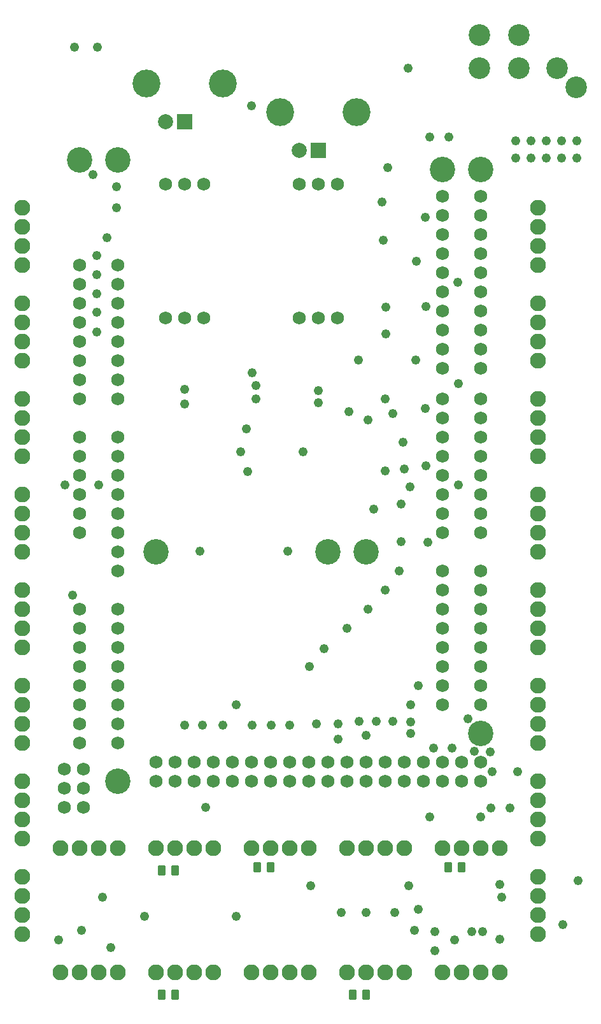
<source format=gbs>
G75*
%MOIN*%
%OFA0B0*%
%FSLAX25Y25*%
%IPPOS*%
%LPD*%
%AMOC8*
5,1,8,0,0,1.08239X$1,22.5*
%
%ADD10C,0.08300*%
%ADD11C,0.06800*%
%ADD12C,0.13300*%
%ADD13C,0.14580*%
%ADD14C,0.07887*%
%ADD15R,0.07887X0.07887*%
%ADD16C,0.01185*%
%ADD17C,0.11300*%
%ADD18C,0.04762*%
%ADD19C,0.04900*%
D10*
X0031000Y0054500D03*
X0031000Y0064500D03*
X0031000Y0074500D03*
X0031000Y0084500D03*
X0031000Y0104500D03*
X0031000Y0114500D03*
X0031000Y0124500D03*
X0031000Y0134500D03*
X0031000Y0154500D03*
X0031000Y0164500D03*
X0031000Y0174500D03*
X0031000Y0184500D03*
X0031000Y0204500D03*
X0031000Y0214500D03*
X0031000Y0224500D03*
X0031000Y0234500D03*
X0031000Y0254500D03*
X0031000Y0264500D03*
X0031000Y0274500D03*
X0031000Y0284500D03*
X0031000Y0304500D03*
X0031000Y0314500D03*
X0031000Y0324500D03*
X0031000Y0334500D03*
X0031000Y0354500D03*
X0031000Y0364500D03*
X0031000Y0374500D03*
X0031000Y0384500D03*
X0031000Y0404500D03*
X0031000Y0414500D03*
X0031000Y0424500D03*
X0031000Y0434500D03*
X0301000Y0434500D03*
X0301000Y0424500D03*
X0301000Y0414500D03*
X0301000Y0404500D03*
X0301000Y0384500D03*
X0301000Y0374500D03*
X0301000Y0364500D03*
X0301000Y0354500D03*
X0301000Y0334500D03*
X0301000Y0324500D03*
X0301000Y0314500D03*
X0301000Y0304500D03*
X0301000Y0284500D03*
X0301000Y0274500D03*
X0301000Y0264500D03*
X0301000Y0254500D03*
X0301000Y0234500D03*
X0301000Y0224500D03*
X0301000Y0214500D03*
X0301000Y0204500D03*
X0301000Y0184500D03*
X0301000Y0174500D03*
X0301000Y0164500D03*
X0301000Y0154500D03*
X0301000Y0134500D03*
X0301000Y0124500D03*
X0301000Y0114500D03*
X0301000Y0104500D03*
X0301000Y0084500D03*
X0301000Y0074500D03*
X0301000Y0064500D03*
X0301000Y0054500D03*
X0281000Y0034500D03*
X0271000Y0034500D03*
X0261000Y0034500D03*
X0251000Y0034500D03*
X0231000Y0034500D03*
X0221000Y0034500D03*
X0211000Y0034500D03*
X0201000Y0034500D03*
X0181000Y0034500D03*
X0171000Y0034500D03*
X0161000Y0034500D03*
X0151000Y0034500D03*
X0131000Y0034500D03*
X0121000Y0034500D03*
X0111000Y0034500D03*
X0101000Y0034500D03*
X0081000Y0034500D03*
X0071000Y0034500D03*
X0061000Y0034500D03*
X0051000Y0034500D03*
X0051000Y0099500D03*
X0061000Y0099500D03*
X0071000Y0099500D03*
X0081000Y0099500D03*
X0101000Y0099500D03*
X0111000Y0099500D03*
X0121000Y0099500D03*
X0131000Y0099500D03*
X0151000Y0099500D03*
X0161000Y0099500D03*
X0171000Y0099500D03*
X0181000Y0099500D03*
X0201000Y0099500D03*
X0211000Y0099500D03*
X0221000Y0099500D03*
X0231000Y0099500D03*
X0251000Y0099500D03*
X0261000Y0099500D03*
X0271000Y0099500D03*
X0281000Y0099500D03*
D11*
X0271000Y0134500D03*
X0271000Y0144500D03*
X0261000Y0144500D03*
X0261000Y0134500D03*
X0251000Y0134500D03*
X0251000Y0144500D03*
X0241000Y0144500D03*
X0241000Y0134500D03*
X0231000Y0134500D03*
X0221000Y0134500D03*
X0221000Y0144500D03*
X0231000Y0144500D03*
X0211000Y0144500D03*
X0211000Y0134500D03*
X0201000Y0134500D03*
X0201000Y0144500D03*
X0191000Y0144500D03*
X0181000Y0144500D03*
X0181000Y0134500D03*
X0191000Y0134500D03*
X0171000Y0134500D03*
X0171000Y0144500D03*
X0161000Y0144500D03*
X0161000Y0134500D03*
X0151000Y0134500D03*
X0151000Y0144500D03*
X0141000Y0144500D03*
X0131000Y0144500D03*
X0131000Y0134500D03*
X0141000Y0134500D03*
X0121000Y0134500D03*
X0121000Y0144500D03*
X0111000Y0144500D03*
X0111000Y0134500D03*
X0101000Y0134500D03*
X0101000Y0144500D03*
X0081000Y0154500D03*
X0081000Y0164500D03*
X0081000Y0174500D03*
X0081000Y0184500D03*
X0081000Y0194500D03*
X0081000Y0204500D03*
X0081000Y0214500D03*
X0081000Y0224500D03*
X0081000Y0244500D03*
X0081000Y0254500D03*
X0081000Y0264500D03*
X0081000Y0274500D03*
X0081000Y0284500D03*
X0081000Y0294500D03*
X0081000Y0304500D03*
X0081000Y0314500D03*
X0081000Y0334500D03*
X0081000Y0344500D03*
X0081000Y0354500D03*
X0081000Y0364500D03*
X0081000Y0374500D03*
X0081000Y0384500D03*
X0081000Y0394500D03*
X0081000Y0404500D03*
X0061000Y0404500D03*
X0061000Y0394500D03*
X0061000Y0384500D03*
X0061000Y0374500D03*
X0061000Y0364500D03*
X0061000Y0354500D03*
X0061000Y0344500D03*
X0061000Y0334500D03*
X0061000Y0314500D03*
X0061000Y0304500D03*
X0061000Y0294500D03*
X0061000Y0284500D03*
X0061000Y0274500D03*
X0061000Y0264500D03*
X0061000Y0224500D03*
X0061000Y0214500D03*
X0061000Y0204500D03*
X0061000Y0194500D03*
X0061000Y0184500D03*
X0061000Y0174500D03*
X0061000Y0164500D03*
X0061000Y0154500D03*
X0063000Y0141000D03*
X0063000Y0131000D03*
X0063000Y0121000D03*
X0053000Y0121000D03*
X0053000Y0131000D03*
X0053000Y0141000D03*
X0251000Y0174500D03*
X0251000Y0184500D03*
X0251000Y0194500D03*
X0251000Y0204500D03*
X0251000Y0214500D03*
X0251000Y0224500D03*
X0251000Y0234500D03*
X0251000Y0244500D03*
X0251000Y0264500D03*
X0251000Y0274500D03*
X0251000Y0284500D03*
X0251000Y0294500D03*
X0251000Y0304500D03*
X0251000Y0314500D03*
X0251000Y0324500D03*
X0251000Y0334500D03*
X0251000Y0350500D03*
X0251000Y0360500D03*
X0251000Y0370500D03*
X0251000Y0380500D03*
X0251000Y0390500D03*
X0251000Y0400500D03*
X0251000Y0410500D03*
X0251000Y0420500D03*
X0251000Y0430500D03*
X0251000Y0440500D03*
X0271000Y0440500D03*
X0271000Y0430500D03*
X0271000Y0420500D03*
X0271000Y0410500D03*
X0271000Y0400500D03*
X0271000Y0390500D03*
X0271000Y0380500D03*
X0271000Y0370500D03*
X0271000Y0360500D03*
X0271000Y0350500D03*
X0271000Y0334500D03*
X0271000Y0324500D03*
X0271000Y0314500D03*
X0271000Y0304500D03*
X0271000Y0294500D03*
X0271000Y0284500D03*
X0271000Y0274500D03*
X0271000Y0264500D03*
X0271000Y0244500D03*
X0271000Y0234500D03*
X0271000Y0224500D03*
X0271000Y0214500D03*
X0271000Y0204500D03*
X0271000Y0194500D03*
X0271000Y0184500D03*
X0271000Y0174500D03*
X0196000Y0377000D03*
X0186000Y0377000D03*
X0176000Y0377000D03*
X0126000Y0377000D03*
X0116000Y0377000D03*
X0106000Y0377000D03*
X0106000Y0447000D03*
X0116000Y0447000D03*
X0126000Y0447000D03*
X0176000Y0447000D03*
X0186000Y0447000D03*
X0196000Y0447000D03*
D12*
X0251000Y0454500D03*
X0271000Y0454500D03*
X0211000Y0254500D03*
X0191000Y0254500D03*
X0101000Y0254500D03*
X0081000Y0134500D03*
X0271000Y0159500D03*
X0081000Y0459500D03*
X0061000Y0459500D03*
D13*
X0096000Y0499500D03*
X0136000Y0499500D03*
X0166000Y0484500D03*
X0206000Y0484500D03*
D14*
X0176000Y0464500D03*
X0106000Y0479500D03*
D15*
X0116000Y0479500D03*
X0186000Y0464500D03*
D16*
X0162426Y0087428D02*
X0159660Y0087428D01*
X0159660Y0091572D01*
X0162426Y0091572D01*
X0162426Y0087428D01*
X0162426Y0088612D02*
X0159660Y0088612D01*
X0159660Y0089796D02*
X0162426Y0089796D01*
X0162426Y0090980D02*
X0159660Y0090980D01*
X0155340Y0087428D02*
X0152574Y0087428D01*
X0152574Y0091572D01*
X0155340Y0091572D01*
X0155340Y0087428D01*
X0155340Y0088612D02*
X0152574Y0088612D01*
X0152574Y0089796D02*
X0155340Y0089796D01*
X0155340Y0090980D02*
X0152574Y0090980D01*
X0112426Y0085928D02*
X0109660Y0085928D01*
X0109660Y0090072D01*
X0112426Y0090072D01*
X0112426Y0085928D01*
X0112426Y0087112D02*
X0109660Y0087112D01*
X0109660Y0088296D02*
X0112426Y0088296D01*
X0112426Y0089480D02*
X0109660Y0089480D01*
X0105340Y0085928D02*
X0102574Y0085928D01*
X0102574Y0090072D01*
X0105340Y0090072D01*
X0105340Y0085928D01*
X0105340Y0087112D02*
X0102574Y0087112D01*
X0102574Y0088296D02*
X0105340Y0088296D01*
X0105340Y0089480D02*
X0102574Y0089480D01*
X0102574Y0020928D02*
X0105340Y0020928D01*
X0102574Y0020928D02*
X0102574Y0025072D01*
X0105340Y0025072D01*
X0105340Y0020928D01*
X0105340Y0022112D02*
X0102574Y0022112D01*
X0102574Y0023296D02*
X0105340Y0023296D01*
X0105340Y0024480D02*
X0102574Y0024480D01*
X0109660Y0020928D02*
X0112426Y0020928D01*
X0109660Y0020928D02*
X0109660Y0025072D01*
X0112426Y0025072D01*
X0112426Y0020928D01*
X0112426Y0022112D02*
X0109660Y0022112D01*
X0109660Y0023296D02*
X0112426Y0023296D01*
X0112426Y0024480D02*
X0109660Y0024480D01*
X0202574Y0020928D02*
X0205340Y0020928D01*
X0202574Y0020928D02*
X0202574Y0025072D01*
X0205340Y0025072D01*
X0205340Y0020928D01*
X0205340Y0022112D02*
X0202574Y0022112D01*
X0202574Y0023296D02*
X0205340Y0023296D01*
X0205340Y0024480D02*
X0202574Y0024480D01*
X0209660Y0020928D02*
X0212426Y0020928D01*
X0209660Y0020928D02*
X0209660Y0025072D01*
X0212426Y0025072D01*
X0212426Y0020928D01*
X0212426Y0022112D02*
X0209660Y0022112D01*
X0209660Y0023296D02*
X0212426Y0023296D01*
X0212426Y0024480D02*
X0209660Y0024480D01*
X0252574Y0087428D02*
X0255340Y0087428D01*
X0252574Y0087428D02*
X0252574Y0091572D01*
X0255340Y0091572D01*
X0255340Y0087428D01*
X0255340Y0088612D02*
X0252574Y0088612D01*
X0252574Y0089796D02*
X0255340Y0089796D01*
X0255340Y0090980D02*
X0252574Y0090980D01*
X0259660Y0087428D02*
X0262426Y0087428D01*
X0259660Y0087428D02*
X0259660Y0091572D01*
X0262426Y0091572D01*
X0262426Y0087428D01*
X0262426Y0088612D02*
X0259660Y0088612D01*
X0259660Y0089796D02*
X0262426Y0089796D01*
X0262426Y0090980D02*
X0259660Y0090980D01*
D17*
X0321000Y0497500D03*
X0311000Y0507500D03*
X0291000Y0507500D03*
X0291000Y0525000D03*
X0270500Y0525000D03*
X0270500Y0507500D03*
D18*
X0233000Y0507500D03*
X0244500Y0471500D03*
X0254500Y0471500D03*
X0289500Y0469500D03*
X0297500Y0469500D03*
X0305500Y0469500D03*
X0313500Y0469500D03*
X0321500Y0469500D03*
X0321500Y0460500D03*
X0313500Y0460500D03*
X0305500Y0460500D03*
X0297500Y0460500D03*
X0289500Y0460500D03*
X0242000Y0429500D03*
X0237500Y0406500D03*
X0259000Y0395500D03*
X0242500Y0383000D03*
X0221500Y0382500D03*
X0221500Y0368500D03*
X0207000Y0355000D03*
X0221000Y0334500D03*
X0225000Y0327000D03*
X0212000Y0323500D03*
X0202000Y0328000D03*
X0186000Y0332500D03*
X0186000Y0339000D03*
X0153500Y0341500D03*
X0153500Y0334500D03*
X0151250Y0348250D03*
X0116000Y0339500D03*
X0116000Y0332000D03*
X0145500Y0307000D03*
X0178000Y0307000D03*
X0215000Y0277000D03*
X0229500Y0279500D03*
X0234000Y0288500D03*
X0231000Y0298000D03*
X0221000Y0297000D03*
X0230250Y0311750D03*
X0242500Y0299500D03*
X0259500Y0289500D03*
X0243500Y0259500D03*
X0229500Y0260000D03*
X0228500Y0244500D03*
X0221000Y0234500D03*
X0212000Y0224500D03*
X0201000Y0214500D03*
X0189000Y0204000D03*
X0181500Y0194500D03*
X0185000Y0164500D03*
X0196500Y0164500D03*
X0196500Y0156500D03*
X0207500Y0166000D03*
X0211000Y0158500D03*
X0216500Y0166000D03*
X0225000Y0166000D03*
X0234500Y0165500D03*
X0234500Y0159500D03*
X0246500Y0152000D03*
X0256000Y0152000D03*
X0267700Y0150200D03*
X0276000Y0150000D03*
X0264400Y0167400D03*
X0238500Y0184500D03*
X0234500Y0174500D03*
X0244500Y0116000D03*
X0271000Y0116000D03*
X0281000Y0080500D03*
X0282000Y0074000D03*
X0272000Y0056000D03*
X0266500Y0056000D03*
X0257500Y0051500D03*
X0247000Y0056000D03*
X0238500Y0067500D03*
X0236500Y0056500D03*
X0226000Y0066000D03*
X0233500Y0080000D03*
X0211000Y0066000D03*
X0198000Y0066000D03*
X0182000Y0080000D03*
X0143000Y0064000D03*
X0095000Y0064000D03*
X0077500Y0047500D03*
X0062000Y0056500D03*
X0050000Y0051500D03*
X0073000Y0074000D03*
X0127000Y0121000D03*
X0125500Y0164000D03*
X0116000Y0164000D03*
X0136000Y0164000D03*
X0143000Y0174500D03*
X0151500Y0164000D03*
X0161500Y0164000D03*
X0171000Y0164000D03*
X0170000Y0255000D03*
X0124000Y0255000D03*
X0071000Y0289500D03*
X0053500Y0289500D03*
X0057500Y0232000D03*
X0070000Y0369500D03*
X0070000Y0380000D03*
X0070000Y0389500D03*
X0070000Y0399500D03*
X0070000Y0409500D03*
X0075500Y0419000D03*
X0080500Y0434500D03*
X0080500Y0445500D03*
X0068000Y0452000D03*
X0070500Y0518500D03*
X0058500Y0518500D03*
X0151000Y0488000D03*
X0219500Y0437500D03*
X0222500Y0455500D03*
X0220000Y0417500D03*
X0237000Y0355000D03*
X0259500Y0342500D03*
X0242000Y0329500D03*
X0322000Y0082500D03*
X0314000Y0059500D03*
X0281000Y0052000D03*
X0247000Y0046000D03*
D19*
X0276500Y0120500D03*
X0286500Y0120500D03*
X0290500Y0139500D03*
X0277000Y0139500D03*
X0149000Y0296500D03*
X0148500Y0319000D03*
M02*

</source>
